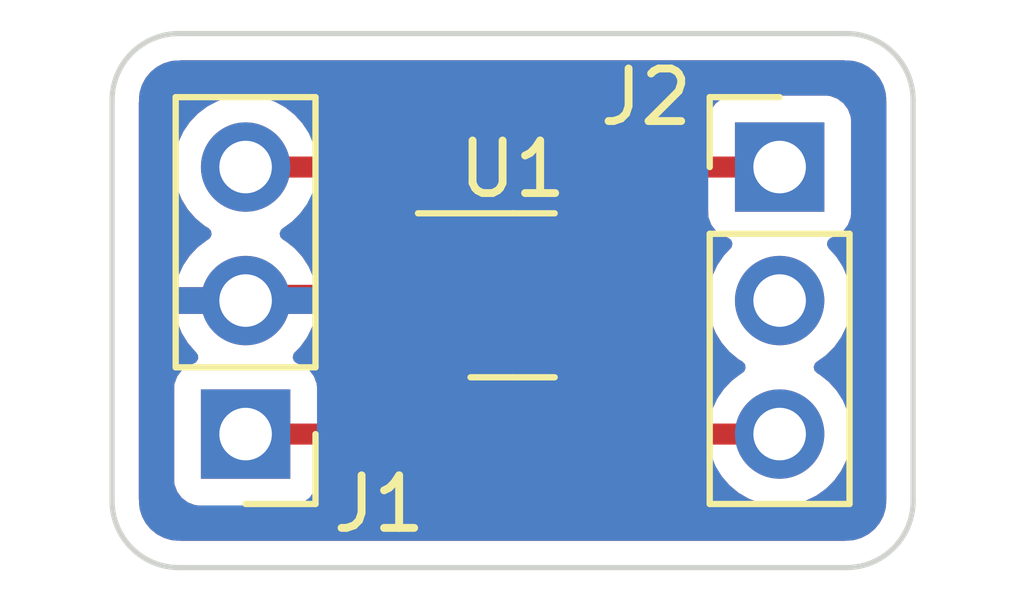
<source format=kicad_pcb>
(kicad_pcb (version 20211014) (generator pcbnew)
  (layers (0 "F.Cu" signal) (31 "B.Cu" signal) (34 "B.Paste" user) (35 "F.Paste" user) (36 "B.SilkS" user "B.Silkscreen") (37 "F.SilkS" user "F.Silkscreen") (38 "B.Mask" user) (39 "F.Mask" user) (44 "Edge.Cuts" user))
  (net 0 "")
  (net 1 "Net-(J1-Pad1)")
  (net 2 "Net-(J1-Pad3)")
  (net 3 "Net-(J2-Pad1)")
  (net 5 "Net-(J2-Pad3)")
  (net 6 "GND")
  (footprint "Connector_PinHeader_2.54mm:PinHeader_1x03_P2.54mm_Vertical" (layer "F.Cu") (at 157.48 99.06)
    (fp_text reference "J2" (at -2.54 -1.33) (layer "F.SilkS"))
    (fp_text value "Conn_01x03")
    (fp_line (start -1.33 -1.33) (end 0 -1.33) (layer "F.SilkS") (width 0.12))
    (fp_line (start -1.33 0) (end -1.33 -1.33) (layer "F.SilkS") (width 0.12))
    (fp_line (start -1.33 6.41) (end 1.33 6.41) (layer "F.SilkS") (width 0.12))
    (fp_line (start 1.33 1.27) (end 1.33 6.41) (layer "F.SilkS") (width 0.12))
    (fp_line (start -1.33 1.27) (end -1.33 6.41) (layer "F.SilkS") (width 0.12))
    (fp_line (start -1.33 1.27) (end 1.33 1.27) (layer "F.SilkS") (width 0.12))
    (pad "1" thru_hole rect (at 0 0) (size 1.7 1.7) (drill 1) (layers *.Cu *.Mask) (net 3 "Net-(J2-Pad1)"))
    (pad "2" thru_hole oval (at 0 2.54) (size 1.7 1.7) (drill 1) (layers *.Cu *.Mask))
    (pad "3" thru_hole oval (at 0 5.08) (size 1.7 1.7) (drill 1) (layers *.Cu *.Mask) (net 5 "Net-(J2-Pad3)"))
  )
  (footprint "Connector_PinHeader_2.54mm:PinHeader_1x03_P2.54mm_Vertical" (layer "F.Cu") (at 147.32 104.14 180)
    (fp_text reference "J1" (at -2.54 -1.33) (layer "F.SilkS"))
    (fp_text value "Conn_01x03")
    (fp_line (start -1.33 -1.33) (end 0 -1.33) (layer "F.SilkS") (width 0.12))
    (fp_line (start -1.33 1.27) (end 1.33 1.27) (layer "F.SilkS") (width 0.12))
    (fp_line (start -1.33 0) (end -1.33 -1.33) (layer "F.SilkS") (width 0.12))
    (fp_line (start -1.33 6.41) (end 1.33 6.41) (layer "F.SilkS") (width 0.12))
    (fp_line (start -1.33 1.27) (end -1.33 6.41) (layer "F.SilkS") (width 0.12))
    (fp_line (start 1.33 1.27) (end 1.33 6.41) (layer "F.SilkS") (width 0.12))
    (pad "1" thru_hole rect (at 0 0 180) (size 1.7 1.7) (drill 1) (layers *.Cu *.Mask) (net 1 "Net-(J1-Pad1)"))
    (pad "2" thru_hole oval (at 0 2.54 180) (size 1.7 1.7) (drill 1) (layers *.Cu *.Mask) (net 6 "GND"))
    (pad "3" thru_hole oval (at 0 5.08 180) (size 1.7 1.7) (drill 1) (layers *.Cu *.Mask) (net 2 "Net-(J1-Pad3)"))
  )
  (footprint "Package_TO_SOT_SMD:SOT-23-5" (layer "F.Cu") (at 152.4 101.5)
    (fp_text reference "U1" (at 0 -2.4) (layer "F.SilkS"))
    (fp_text value "LM397")
    (fp_line (start 0 1.56) (end 0.8 1.56) (layer "F.SilkS") (width 0.12))
    (fp_line (start 0 -1.56) (end 0.8 -1.56) (layer "F.SilkS") (width 0.12))
    (fp_line (start 0 1.56) (end -0.8 1.56) (layer "F.SilkS") (width 0.12))
    (fp_line (start 0 -1.56) (end -1.8 -1.56) (layer "F.SilkS") (width 0.12))
    (pad "1" smd roundrect (at -1.1375 -0.95) (size 1.325 0.6) (layers "F.Cu" "F.Paste" "F.Mask") (net 2 "Net-(J1-Pad3)"))
    (pad "2" smd roundrect (at -1.1375 0) (size 1.325 0.6) (layers "F.Cu" "F.Paste" "F.Mask") (net 6 "GND"))
    (pad "3" smd roundrect (at -1.1375 0.95) (size 1.325 0.6) (layers "F.Cu" "F.Paste" "F.Mask") (net 1 "Net-(J1-Pad1)"))
    (pad "4" smd roundrect (at 1.1375 0.95) (size 1.325 0.6) (layers "F.Cu" "F.Paste" "F.Mask") (net 5 "Net-(J2-Pad3)"))
    (pad "5" smd roundrect (at 1.1375 -0.95) (size 1.325 0.6) (layers "F.Cu" "F.Paste" "F.Mask") (net 3 "Net-(J2-Pad1)"))
  )
  (gr_line (start 158.75 106.68) (end 146.05 106.68) (layer "Edge.Cuts") (width 0.1))
  (gr_line (start 160.02 97.79) (end 160.02 105.41) (layer "Edge.Cuts") (width 0.1))
  (gr_arc (start 144.78 97.79) (mid 145.151974 96.891974) (end 146.05 96.52) (layer "Edge.Cuts") (width 0.1))
  (gr_arc (start 160.02 105.41) (mid 159.648026 106.308026) (end 158.75 106.68) (layer "Edge.Cuts") (width 0.1))
  (gr_line (start 144.78 105.41) (end 144.78 97.79) (layer "Edge.Cuts") (width 0.1))
  (gr_line (start 146.05 96.52) (end 158.75 96.52) (layer "Edge.Cuts") (width 0.1))
  (gr_arc (start 146.05 106.68) (mid 145.151974 106.308026) (end 144.78 105.41) (layer "Edge.Cuts") (width 0.1))
  (gr_arc (start 158.75 96.52) (mid 159.648026 96.891974) (end 160.02 97.79) (layer "Edge.Cuts") (width 0.1))
  (segment (start 149.5725 104.14) (end 151.2625 102.45) (width 0.4) (layer "F.Cu") (net 1))
  (segment (start 147.32 104.14) (end 149.5725 104.14) (width 0.4) (layer "F.Cu") (net 1))
  (segment (start 149.86 99.06) (end 151.2625 100.4625) (width 0.4) (layer "F.Cu") (net 2))
  (segment (start 147.32 99.06) (end 149.86 99.06) (width 0.4) (layer "F.Cu") (net 2))
  (segment (start 151.2625 100.4625) (end 151.2625 100.55) (width 0.4) (layer "F.Cu") (net 2))
  (segment (start 153.5375 100.55) (end 153.5375 100.4625) (width 0.4) (layer "F.Cu") (net 3))
  (segment (start 153.5375 100.4625) (end 154.94 99.06) (width 0.4) (layer "F.Cu") (net 3))
  (segment (start 154.94 99.06) (end 157.48 99.06) (width 0.4) (layer "F.Cu") (net 3))
  (segment (start 153.5375 102.7375) (end 154.94 104.14) (width 0.4) (layer "F.Cu") (net 5))
  (segment (start 154.94 104.14) (end 157.48 104.14) (width 0.4) (layer "F.Cu") (net 5))
  (segment (start 153.5375 102.45) (end 153.5375 102.7375) (width 0.4) (layer "F.Cu") (net 5))
  (segment (start 151.1625 101.6) (end 151.2625 101.5) (width 0.25) (layer "F.Cu") (net 6))
  (segment (start 147.42 101.5) (end 147.32 101.6) (width 0.4) (layer "F.Cu") (net 6))
  (segment (start 151.2625 101.5) (end 147.42 101.5) (width 0.4) (layer "F.Cu") (net 6))
  (zone (net 6) (net_name "GND") (layer "F.Cu") (connect_pads (clearance 0.508)) (min_thickness 0.254) (fill yes (thermal_gap 0.508) (thermal_bridge_width 0.508))
    (polygon (pts (xy 160.02 106.68) (xy 144.78 106.68) (xy 144.78 96.52) (xy 160.02 96.52)))
  )
  (zone (net 6) (net_name "GND") (layer "B.Cu") (connect_pads (clearance 0.508)) (min_thickness 0.254) (fill yes (thermal_gap 0.508) (thermal_bridge_width 0.508))
    (polygon (pts (xy 160.02 106.68) (xy 144.78 106.68) (xy 144.78 96.52) (xy 160.02 96.52)))
  )
)
</source>
